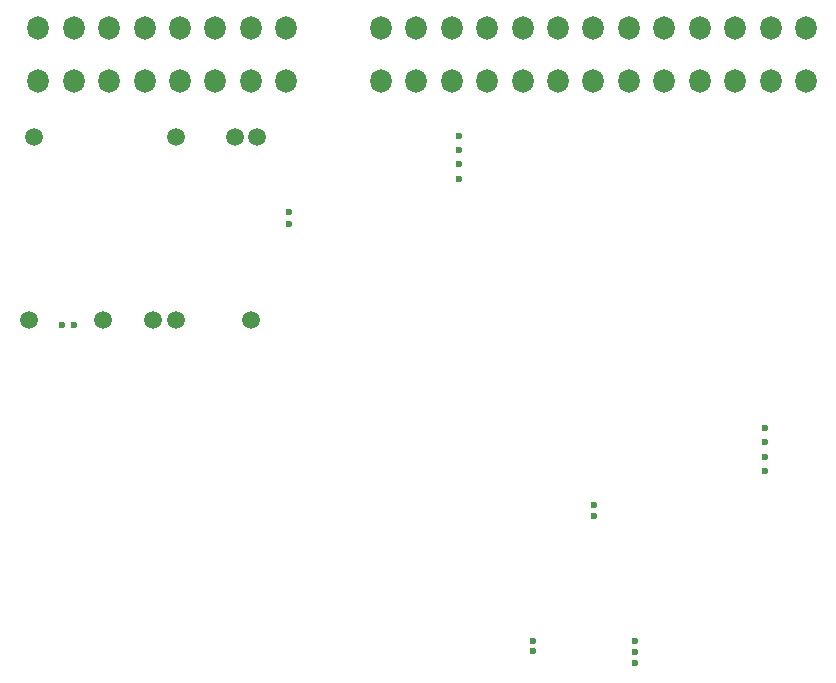
<source format=gbs>
G04 #@! TF.GenerationSoftware,KiCad,Pcbnew,8.0.9-8.0.9-0~ubuntu24.04.1*
G04 #@! TF.CreationDate,2025-06-16T01:12:59+00:00*
G04 #@! TF.ProjectId,EP91Starlet,45503931-5374-4617-926c-65742e6b6963,rev?*
G04 #@! TF.SameCoordinates,Original*
G04 #@! TF.FileFunction,Soldermask,Bot*
G04 #@! TF.FilePolarity,Negative*
%FSLAX46Y46*%
G04 Gerber Fmt 4.6, Leading zero omitted, Abs format (unit mm)*
G04 Created by KiCad (PCBNEW 8.0.9-8.0.9-0~ubuntu24.04.1) date 2025-06-16 01:12:59*
%MOMM*%
%LPD*%
G01*
G04 APERTURE LIST*
%ADD10C,0.600000*%
%ADD11O,1.800000X2.000000*%
%ADD12C,1.500000*%
G04 APERTURE END LIST*
D10*
G04 #@! TO.C,M3*
X56526000Y33191638D03*
X56526000Y32241638D03*
X56526000Y31291640D03*
X47826000Y32291638D03*
X47826000Y33191638D03*
G04 #@! TD*
D11*
G04 #@! TO.C,U1*
X5976000Y80601641D03*
X8976000Y80601641D03*
X11976000Y80601641D03*
X14976000Y80601641D03*
X17976000Y80601641D03*
X20976000Y80601641D03*
X23976000Y80601641D03*
X26976000Y80601641D03*
X34976000Y80601641D03*
X37976000Y80601641D03*
X40976000Y80601641D03*
X43976000Y80601641D03*
X46976000Y80601641D03*
X49976000Y80601641D03*
X52976000Y80601641D03*
X55976000Y80601641D03*
X58976000Y80601641D03*
X61976000Y80601641D03*
X64976000Y80601641D03*
X67976000Y80601641D03*
X70976000Y80601641D03*
X70976000Y85101641D03*
X67976000Y85101641D03*
X64976000Y85101641D03*
X61976000Y85101641D03*
X58976000Y85101641D03*
X55976000Y85101641D03*
X52976000Y85101641D03*
X49976000Y85101641D03*
X46976000Y85101641D03*
X43976000Y85101641D03*
X40976000Y85101641D03*
X37976000Y85101641D03*
X34976000Y85101641D03*
X26976000Y85101641D03*
X23976000Y85101641D03*
X20976000Y85101641D03*
X17976000Y85101641D03*
X14976000Y85101641D03*
X11976000Y85101641D03*
X8976000Y85101641D03*
X5976000Y85101641D03*
G04 #@! TD*
D12*
G04 #@! TO.C,M6*
X24018999Y60375005D03*
X17619002Y60375005D03*
X15718999Y60375005D03*
X11418999Y60375005D03*
D10*
X9019002Y59925006D03*
X8019001Y59925006D03*
D12*
X5168999Y60375005D03*
X24469001Y75875002D03*
X22619002Y75875002D03*
X17668999Y75875002D03*
X5619001Y75875002D03*
G04 #@! TD*
D10*
G04 #@! TO.C,M5*
X41618000Y73514000D03*
X41618000Y72314000D03*
X41618000Y74714000D03*
X41618000Y75914000D03*
X27193000Y69454000D03*
X27193000Y68454000D03*
G04 #@! TD*
G04 #@! TO.C,M1*
X67485000Y48785000D03*
X67485000Y47585000D03*
X67485000Y49985000D03*
X67485000Y51185000D03*
X53060000Y44725000D03*
X53060000Y43725000D03*
G04 #@! TD*
M02*

</source>
